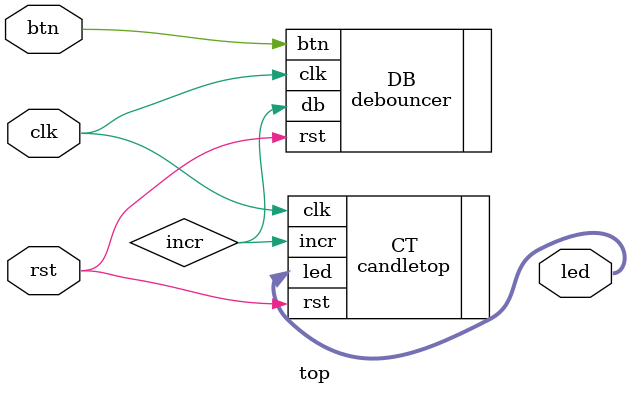
<source format=v>
`timescale 1ns/1ps

/*=======================================
  top module
  
  debounces the button
  
  the debounced signal, incr, should
  increment the number of lit candles
=========================================*/

module top (
	    input clk,
	    input rst,
	    input btn,
	    output [15:0] led
	 );

   parameter N=100_000;

   wire 		      incr;
   
   
   debouncer DB
     (
      .clk(clk),
      .rst(rst),
      .btn(btn),
      .db(incr)
      );

   candletop CT
     (
      .clk(clk),
      .rst(rst),
      .incr(incr),
      .led(led)
      );
   

     
   
endmodule

</source>
